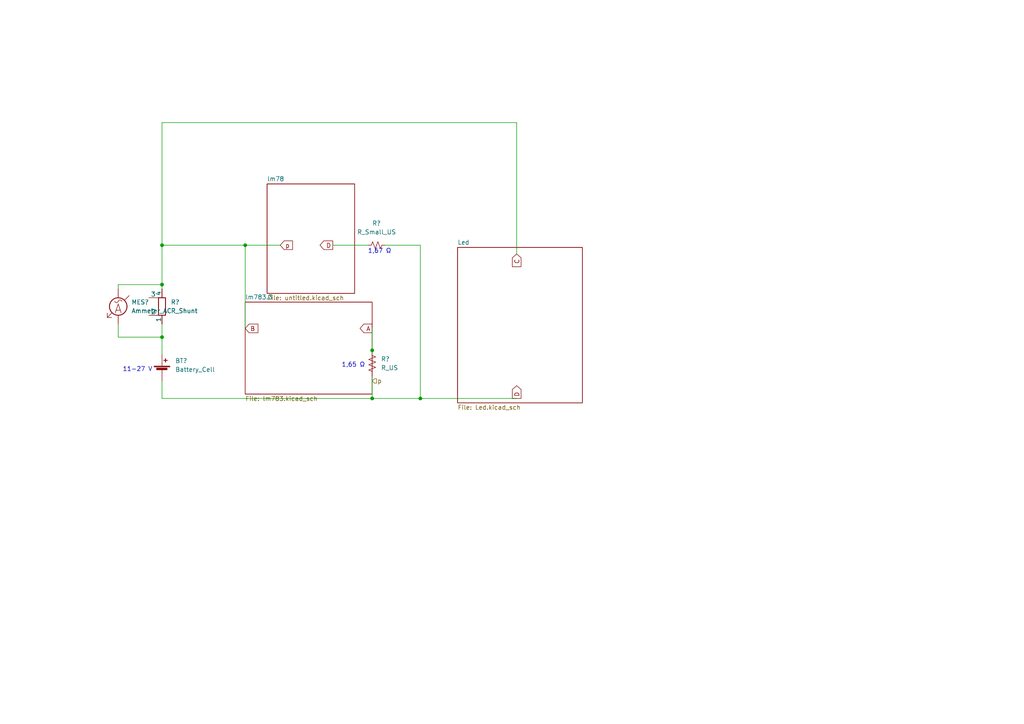
<source format=kicad_sch>
(kicad_sch (version 20211123) (generator eeschema)
  (paper "A4")
  (title_block (title "Template") (date "2022-04-19") (rev "V0") (company "E-Agle TRT"))
  (lib_symbols
    (symbol "Device:Ammeter_AC" (pin_numbers hide) (pin_names (offset 0.0254) hide)
      (property "Reference" "MES" (at -3.302 1.016 0))
      (property "Value" "Ammeter_AC" (at -3.302 -0.762 0))
      (symbol "Ammeter_AC_0_0"
        (polyline (pts (xy -3.175 -3.175) (xy -1.905 -1.905)))
        (polyline (pts (xy 1.905 1.905) (xy 3.175 3.175)))
        (polyline (pts (xy 1.905 3.175) (xy 3.175 3.175) (xy 3.175 1.905)))
        (text "A" (at 0 0.635 0) (effects (font (size 2.54 2.54))))
      )
      (symbol "Ammeter_AC_0_1"
        (arc (start -1.016 -1.524) (mid -0.508 -1.902) (end 0 -1.524))
        (circle (center 0 0) (radius 2.54) (stroke (width 0.254)))
        (arc (start 1.016 -1.524) (mid 0.508 -1.1274) (end 0 -1.524))
      )
      (symbol "Ammeter_AC_1_1"
        (pin passive line (at 0 -5.08 90) (length 2.54) (name "~") (number "1"))
        (pin passive line (at 0 5.08 270) (length 2.54) (name "~") (number "2"))
      )
    )
    (symbol "Device:Battery_Cell" (pin_numbers hide) (pin_names (offset 0) hide)
      (property "Reference" "BT" (at 2.54 2.54 0))
      (property "Value" "Battery_Cell" (at 2.54 0 0))
      (symbol "Battery_Cell_0_1"
        (rectangle (start -2.286 1.778) (end 2.286 1.524) (fill (type outline)))
        (rectangle (start -1.5748 1.1938) (end 1.4732 0.6858) (fill (type outline)))
        (polyline (pts (xy 0 0.762) (xy 0 0)))
        (polyline (pts (xy 0 1.778) (xy 0 2.54)))
        (polyline (pts (xy 0.508 3.429) (xy 1.524 3.429)) (stroke (width 0.254)))
        (polyline (pts (xy 1.016 3.937) (xy 1.016 2.921)) (stroke (width 0.254)))
      )
      (symbol "Battery_Cell_1_1"
        (pin passive line (at 0 5.08 270) (length 2.54) (name "+") (number "1"))
        (pin passive line (at 0 -2.54 90) (length 2.54) (name "-") (number "2"))
      )
    )
    (symbol "Device:R_Shunt" (pin_numbers hide) (pin_names (offset 0))
      (property "Reference" "R" (at -4.445 0 90))
      (property "Value" "R_Shunt" (at -2.54 0 90))
      (symbol "R_Shunt_0_1"
        (rectangle (start -1.016 -2.54) (end 1.016 2.54) (stroke (width 0.254)))
        (polyline (pts (xy 0 -2.54) (xy 1.27 -2.54)))
        (polyline (pts (xy 1.27 2.54) (xy 0 2.54)))
      )
      (symbol "R_Shunt_1_1"
        (pin passive line (at 0 5.08 270) (length 2.54) (name "1") (number "1"))
        (pin passive line (at 3.81 2.54 180) (length 2.54) (name "2") (number "2"))
        (pin passive line (at 3.81 -2.54 180) (length 2.54) (name "3") (number "3"))
        (pin passive line (at 0 -5.08 90) (length 2.54) (name "4") (number "4"))
      )
    )
    (symbol "Device:R_Small_US" (pin_numbers hide) (pin_names (offset 0.254) hide)
      (property "Reference" "R" (at 0.762 0.508 0))
      (property "Value" "R_Small_US" (at 0.762 -1.016 0))
      (symbol "R_Small_US_1_1"
        (polyline (pts (xy 0 0) (xy 1.016 -0.381) (xy 0 -0.762) (xy -1.016 -1.143) (xy 0 -1.524)))
        (polyline (pts (xy 0 1.524) (xy 1.016 1.143) (xy 0 0.762) (xy -1.016 0.381) (xy 0 0)))
        (pin passive line (at 0 2.54 270) (length 1.016) (name "~") (number "1"))
        (pin passive line (at 0 -2.54 90) (length 1.016) (name "~") (number "2"))
      )
    )
    (symbol "Device:R_US" (pin_numbers hide) (pin_names (offset 0))
      (property "Reference" "R" (at 2.54 0 90))
      (property "Value" "R_US" (at -2.54 0 90))
      (symbol "R_US_0_1"
        (polyline (pts (xy 0 -2.286) (xy 0 -2.54)))
        (polyline (pts (xy 0 2.286) (xy 0 2.54)))
        (polyline (pts (xy 0 -0.762) (xy 1.016 -1.143) (xy 0 -1.524) (xy -1.016 -1.905) (xy 0 -2.286)))
        (polyline (pts (xy 0 0.762) (xy 1.016 0.381) (xy 0 0) (xy -1.016 -0.381) (xy 0 -0.762)))
        (polyline (pts (xy 0 2.286) (xy 1.016 1.905) (xy 0 1.524) (xy -1.016 1.143) (xy 0 0.762)))
      )
      (symbol "R_US_1_1"
        (pin passive line (at 0 3.81 270) (length 1.27) (name "~") (number "1"))
        (pin passive line (at 0 -3.81 90) (length 1.27) (name "~") (number "2"))
      )
    )
  )
  (junction (at 71.12 71.12))
  (junction (at 121.92 115.57))
  (junction (at 107.95 101.6))
  (junction (at 107.95 115.57))
  (junction (at 46.99 71.12))
  (junction (at 46.99 97.79))
  (junction (at 46.99 82.55))
  (wire (pts (xy 34.29 93.98) (xy 34.29 97.79)))
  (wire (pts (xy 107.95 101.6) (xy 107.95 102.87)))
  (wire (pts (xy 46.99 97.79) (xy 46.99 102.87)))
  (wire (pts (xy 96.52 71.12) (xy 106.68 71.12)))
  (wire (pts (xy 107.95 109.22) (xy 107.95 115.57)))
  (wire (pts (xy 121.92 71.12) (xy 121.92 115.57)))
  (wire (pts (xy 46.99 35.56) (xy 149.86 35.56)))
  (wire (pts (xy 111.76 71.12) (xy 121.92 71.12)))
  (wire (pts (xy 71.12 71.12) (xy 81.28 71.12)))
  (wire (pts (xy 46.99 71.12) (xy 46.99 35.56)))
  (wire (pts (xy 149.86 35.56) (xy 149.86 73.66)))
  (wire (pts (xy 107.95 95.25) (xy 107.95 101.6)))
  (wire (pts (xy 34.29 97.79) (xy 46.99 97.79)))
  (wire (pts (xy 46.99 82.55) (xy 46.99 83.82)))
  (wire (pts (xy 34.29 83.82) (xy 34.29 82.55)))
  (wire (pts (xy 46.99 115.57) (xy 46.99 110.49)))
  (wire (pts (xy 46.99 93.98) (xy 46.99 97.79)))
  (wire (pts (xy 107.95 115.57) (xy 46.99 115.57)))
  (wire (pts (xy 34.29 82.55) (xy 46.99 82.55)))
  (wire (pts (xy 71.12 95.25) (xy 71.12 71.12)))
  (wire (pts (xy 107.95 115.57) (xy 121.92 115.57)))
  (wire (pts (xy 46.99 71.12) (xy 46.99 82.55)))
  (wire (pts (xy 121.92 115.57) (xy 149.86 115.57)))
  (wire (pts (xy 46.99 71.12) (xy 71.12 71.12)))
  (text "1,65 Ω" (at 99.06 106.68 0) (effects (font (size 1.27 1.27)) (justify left bottom)))
  (text "11-27 V" (at 35.56 107.95 0) (effects (font (size 1.27 1.27)) (justify left bottom)))
  (text "1,67 Ω" (at 106.68 73.66 0) (effects (font (size 1.27 1.27)) (justify left bottom)))
  (global_label "B" (shape input) (at 71.12 95.25 0) (property "Riferimenti inter-foglio" "${INTERSHEET_REFS}" (effects hide)))
  (global_label "D" (shape output) (at 149.86 115.57 90) (property "Riferimenti inter-foglio" "${INTERSHEET_REFS}" (effects hide)))
  (global_label "D" (shape output) (at 96.52 71.12 180) (property "Riferimenti inter-foglio" "${INTERSHEET_REFS}" (effects hide)))
  (global_label "p" (shape input) (at 81.28 71.12 0) (property "Riferimenti inter-foglio" "${INTERSHEET_REFS}" (effects hide)))
  (global_label "C" (shape input) (at 149.86 73.66 270) (property "Riferimenti inter-foglio" "${INTERSHEET_REFS}" (effects hide)))
  (global_label "A" (shape output) (at 107.95 95.25 180) (property "Riferimenti inter-foglio" "${INTERSHEET_REFS}" (effects hide)))
  (hierarchical_label "p" (shape input) (at 107.95 110.49 0))
  (symbol (lib_id "Device:Battery_Cell") (at 46.99 107.95 0) (unit 1)
    (property "Reference" "BT?" (at 50.8 104.6479 0) (effects (justify left)))
    (property "Value" "Battery_Cell" (at 50.8 107.1879 0) (effects (justify left)))
  )
  (symbol (lib_id "Device:R_US") (at 107.95 105.41 0) (unit 1)
    (property "Reference" "R?" (at 110.49 104.1399 0) (effects (justify left)))
    (property "Value" "R_US" (at 110.49 106.68 0) (effects (justify left)))
  )
  (symbol (lib_id "Device:R_Shunt") (at 46.99 88.9 180) (unit 1)
    (property "Reference" "R?" (at 49.53 87.6299 0) (effects (justify right)))
    (property "Value" "R_Shunt" (at 49.53 90.1699 0) (effects (justify right)))
  )
  (symbol (lib_id "Device:Ammeter_AC") (at 34.29 88.9 180) (unit 1)
    (property "Reference" "MES?" (at 38.1 87.6299 0) (effects (justify right)))
    (property "Value" "Ammeter_AC" (at 38.1 90.1699 0) (effects (justify right)))
  )
  (symbol (lib_id "Device:R_Small_US") (at 109.22 71.12 90) (unit 1)
    (property "Reference" "R?" (at 109.22 64.77 90))
    (property "Value" "R_Small_US" (at 109.22 67.31 90))
  )
  (sheet (at 132.715 71.755) (size 36.195 45.085) (stroke (width 0.1524))
    (property "Sheet name" "Led" (at 132.715 71.0434 0) (effects (justify left bottom)))
    (property "Sheet file" "Led.kicad_sch" (at 132.715 117.4246 0) (effects (justify left top)))
  )
  (sheet (at 71.12 87.63) (size 36.83 26.67) (stroke (width 0.1524))
    (property "Sheet name" "lm783.3" (at 71.12 86.9184 0) (effects (justify left bottom)))
    (property "Sheet file" "lm783.kicad_sch" (at 71.12 114.8846 0) (effects (justify left top)))
  )
  (sheet (at 77.47 53.34) (size 25.4 31.75) (stroke (width 0.1524))
    (property "Sheet name" "lm78" (at 77.47 52.6284 0) (effects (justify left bottom)))
    (property "Sheet file" "untitled.kicad_sch" (at 77.47 85.6746 0) (effects (justify left top)))
  )
)
</source>
